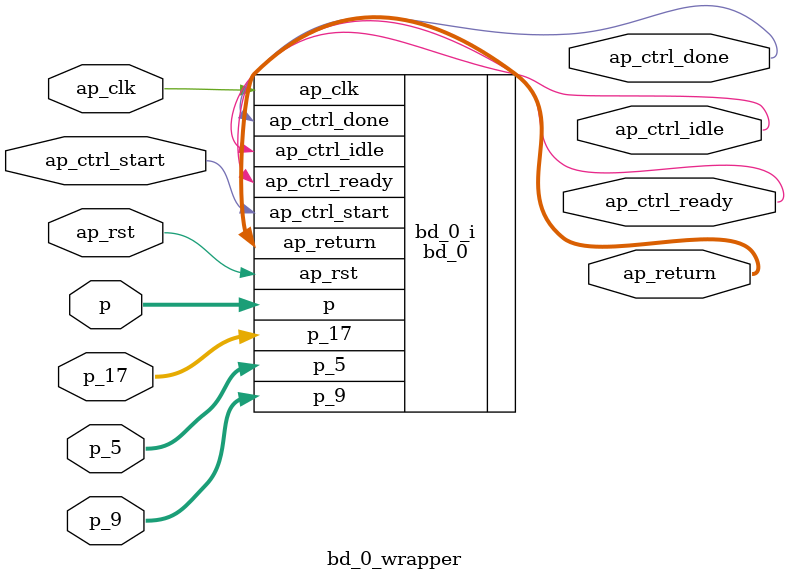
<source format=v>
`timescale 1 ps / 1 ps

module bd_0_wrapper
   (ap_clk,
    ap_ctrl_done,
    ap_ctrl_idle,
    ap_ctrl_ready,
    ap_ctrl_start,
    ap_return,
    ap_rst,
    p,
    p_17,
    p_5,
    p_9);
  input ap_clk;
  output ap_ctrl_done;
  output ap_ctrl_idle;
  output ap_ctrl_ready;
  input ap_ctrl_start;
  output [63:0]ap_return;
  input ap_rst;
  input [63:0]p;
  input [63:0]p_17;
  input [7:0]p_5;
  input [7:0]p_9;

  wire ap_clk;
  wire ap_ctrl_done;
  wire ap_ctrl_idle;
  wire ap_ctrl_ready;
  wire ap_ctrl_start;
  wire [63:0]ap_return;
  wire ap_rst;
  wire [63:0]p;
  wire [63:0]p_17;
  wire [7:0]p_5;
  wire [7:0]p_9;

  bd_0 bd_0_i
       (.ap_clk(ap_clk),
        .ap_ctrl_done(ap_ctrl_done),
        .ap_ctrl_idle(ap_ctrl_idle),
        .ap_ctrl_ready(ap_ctrl_ready),
        .ap_ctrl_start(ap_ctrl_start),
        .ap_return(ap_return),
        .ap_rst(ap_rst),
        .p(p),
        .p_17(p_17),
        .p_5(p_5),
        .p_9(p_9));
endmodule

</source>
